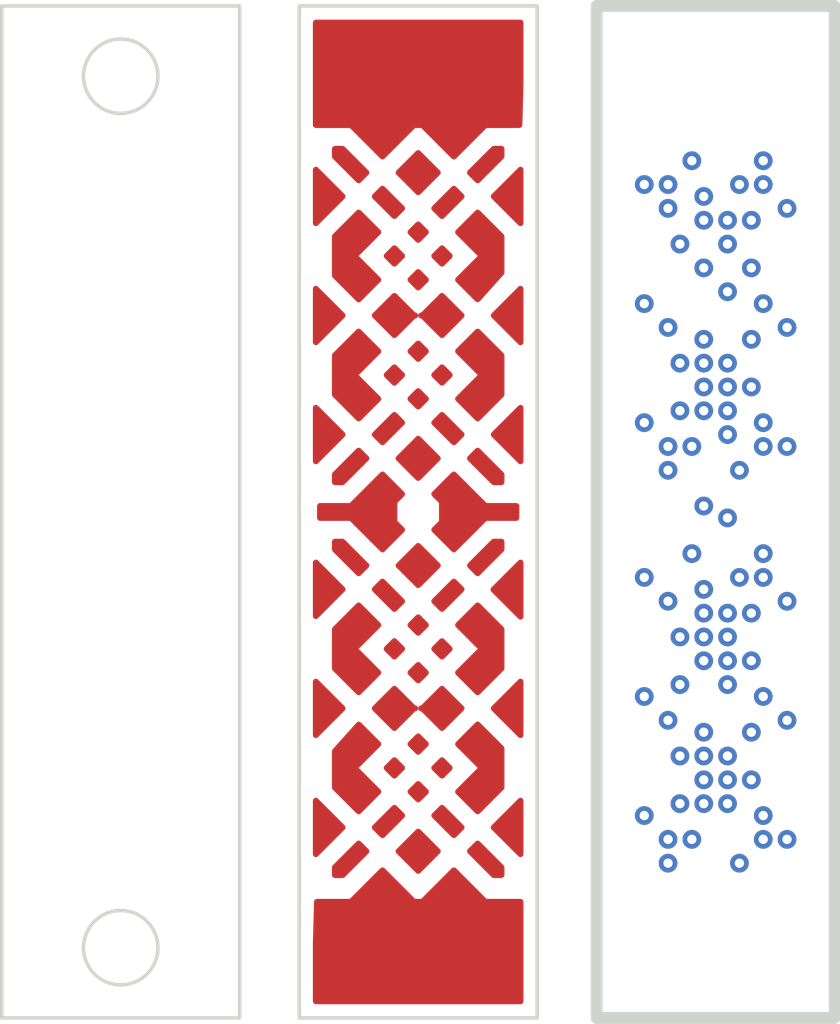
<source format=kicad_pcb>
(kicad_pcb (version 20171130) (host pcbnew "(5.0.1-3-g963ef8bb5)")

  (general
    (thickness 1.6)
    (drawings 254)
    (tracks 85)
    (zones 0)
    (modules 0)
    (nets 1)
  )

  (page A4)
  (layers
    (0 F.Cu signal)
    (31 B.Cu signal)
    (32 B.Adhes user)
    (33 F.Adhes user)
    (34 B.Paste user)
    (35 F.Paste user)
    (36 B.SilkS user)
    (37 F.SilkS user)
    (38 B.Mask user)
    (39 F.Mask user)
    (40 Dwgs.User user)
    (41 Cmts.User user)
    (42 Eco1.User user)
    (43 Eco2.User user)
    (44 Edge.Cuts user)
    (45 Margin user)
    (46 B.CrtYd user)
    (47 F.CrtYd user)
    (48 B.Fab user)
    (49 F.Fab user)
  )

  (setup
    (last_trace_width 0.25)
    (trace_clearance 0.2)
    (zone_clearance 0.508)
    (zone_45_only no)
    (trace_min 0.2)
    (segment_width 0.508)
    (edge_width 0.15)
    (via_size 0.8)
    (via_drill 0.4)
    (via_min_size 0.4)
    (via_min_drill 0.3)
    (uvia_size 0.3)
    (uvia_drill 0.1)
    (uvias_allowed no)
    (uvia_min_size 0.2)
    (uvia_min_drill 0.1)
    (pcb_text_width 0.3)
    (pcb_text_size 1.5 1.5)
    (mod_edge_width 0.15)
    (mod_text_size 1 1)
    (mod_text_width 0.15)
    (pad_size 1.524 1.524)
    (pad_drill 0.762)
    (pad_to_mask_clearance 0.051)
    (solder_mask_min_width 0.25)
    (aux_axis_origin 0 0)
    (visible_elements FFFFFF7F)
    (pcbplotparams
      (layerselection 0x010fc_ffffffff)
      (usegerberextensions false)
      (usegerberattributes false)
      (usegerberadvancedattributes false)
      (creategerberjobfile false)
      (excludeedgelayer true)
      (linewidth 0.100000)
      (plotframeref false)
      (viasonmask false)
      (mode 1)
      (useauxorigin false)
      (hpglpennumber 1)
      (hpglpenspeed 20)
      (hpglpendiameter 15.000000)
      (psnegative false)
      (psa4output false)
      (plotreference true)
      (plotvalue true)
      (plotinvisibletext false)
      (padsonsilk false)
      (subtractmaskfromsilk false)
      (outputformat 1)
      (mirror false)
      (drillshape 1)
      (scaleselection 1)
      (outputdirectory ""))
  )

  (net 0 "")

  (net_class Default "This is the default net class."
    (clearance 0.2)
    (trace_width 0.25)
    (via_dia 0.8)
    (via_drill 0.4)
    (uvia_dia 0.3)
    (uvia_drill 0.1)
  )

  (gr_line (start 47.244 40.132) (end 47.244 42.164) (layer F.Mask) (width 0.508) (tstamp 5BE5AE3B))
  (gr_line (start 43.688 36.576) (end 45.212 38.1) (layer F.Mask) (width 0.508) (tstamp 5BE5AE3A))
  (gr_line (start 39.116 32.004) (end 40.132 33.02) (layer F.Mask) (width 0.508) (tstamp 5BE5AE39))
  (gr_line (start 47.244 45.212) (end 47.244 46.228) (layer F.Mask) (width 0.508) (tstamp 5BE5AE38))
  (gr_line (start 43.18 30.988) (end 45.212 33.02) (layer F.Mask) (width 0.508) (tstamp 5BE5AE37))
  (gr_line (start 42.672 39.624) (end 43.18 39.116) (layer F.Mask) (width 0.508) (tstamp 5BE5AE36))
  (gr_line (start 42.164 32.004) (end 43.18 30.988) (layer F.Mask) (width 0.508) (tstamp 5BE5AE35))
  (gr_line (start 45.212 41.148) (end 44.704 41.656) (layer F.Mask) (width 0.508) (tstamp 5BE5AE34))
  (gr_line (start 43.688 41.656) (end 45.212 43.18) (layer F.Mask) (width 0.508) (tstamp 5BE5AE33))
  (gr_line (start 43.18 38.1) (end 43.688 37.592) (layer F.Mask) (width 0.508) (tstamp 5BE5AE32))
  (gr_line (start 44.704 51.308) (end 47.244 48.768) (layer F.Mask) (width 0.508) (tstamp 5BE5AE31))
  (gr_line (start 39.116 58.928) (end 39.116 56.896) (layer F.Mask) (width 0.508) (tstamp 5BE5AE30))
  (gr_line (start 42.672 59.436) (end 41.148 57.912) (layer F.Mask) (width 0.508) (tstamp 5BE5AE2F))
  (gr_line (start 41.148 34.036) (end 42.672 35.56) (layer F.Mask) (width 0.508) (tstamp 5BE5AE2E))
  (gr_line (start 43.688 46.736) (end 43.688 47.244) (layer F.Mask) (width 0.508) (tstamp 5BE5AE2D))
  (gr_line (start 41.148 33.02) (end 39.116 35.052) (layer F.Mask) (width 0.508) (tstamp 5BE5AE2C))
  (gr_line (start 43.18 39.116) (end 45.212 41.148) (layer F.Mask) (width 0.508) (tstamp 5BE5AE2B))
  (gr_line (start 43.688 42.672) (end 42.164 44.196) (layer F.Mask) (width 0.508) (tstamp 5BE5AE2A))
  (gr_line (start 39.116 37.084) (end 40.132 38.1) (layer F.Mask) (width 0.508) (tstamp 5BE5AE29))
  (gr_line (start 44.196 33.02) (end 42.672 34.544) (layer F.Mask) (width 0.508) (tstamp 5BE5AE28))
  (gr_line (start 43.688 35.56) (end 42.672 36.576) (layer F.Mask) (width 0.508) (tstamp 5BE5AE27))
  (gr_line (start 46.228 30.988) (end 45.212 32.004) (layer F.Mask) (width 0.508) (tstamp 5BE5AE26))
  (gr_line (start 39.116 42.164) (end 40.132 43.18) (layer F.Mask) (width 0.508) (tstamp 5BE5AE25))
  (gr_line (start 41.656 40.64) (end 41.148 41.148) (layer F.Mask) (width 0.508) (tstamp 5BE5AE24))
  (gr_line (start 41.656 35.56) (end 41.148 36.068) (layer F.Mask) (width 0.508) (tstamp 5BE5AE23))
  (gr_line (start 39.116 30.988) (end 40.132 30.988) (layer F.Mask) (width 0.508) (tstamp 5BE5AE22))
  (gr_line (start 47.244 37.084) (end 44.704 39.624) (layer F.Mask) (width 0.508) (tstamp 5BE5AE21))
  (gr_line (start 41.656 37.592) (end 39.116 40.132) (layer F.Mask) (width 0.508) (tstamp 5BE5AE20))
  (gr_line (start 47.244 30.988) (end 46.228 30.988) (layer F.Mask) (width 0.508) (tstamp 5BE5AE1F))
  (gr_line (start 41.656 42.672) (end 39.116 45.212) (layer F.Mask) (width 0.508) (tstamp 5BE5AE1E))
  (gr_line (start 47.244 35.052) (end 47.244 37.084) (layer F.Mask) (width 0.508) (tstamp 5BE5AE1D))
  (gr_line (start 43.688 34.544) (end 45.212 36.068) (layer F.Mask) (width 0.508) (tstamp 5BE5AE1C))
  (gr_line (start 41.148 41.148) (end 42.672 42.672) (layer F.Mask) (width 0.508) (tstamp 5BE5AE1B))
  (gr_line (start 39.116 40.132) (end 39.116 42.164) (layer F.Mask) (width 0.508) (tstamp 5BE5AE1A))
  (gr_line (start 40.132 59.944) (end 39.116 58.928) (layer F.Mask) (width 0.508) (tstamp 5BE5AE19))
  (gr_line (start 40.132 47.752) (end 42.672 50.292) (layer F.Mask) (width 0.508) (tstamp 5BE5AE18))
  (gr_line (start 45.212 57.912) (end 43.18 55.88) (layer F.Mask) (width 0.508) (tstamp 5BE5AE17))
  (gr_line (start 41.148 57.912) (end 41.656 57.404) (layer F.Mask) (width 0.508) (tstamp 5BE5AE16))
  (gr_line (start 46.228 62.992) (end 43.688 60.452) (layer F.Mask) (width 0.508) (tstamp 5BE5AE15))
  (gr_line (start 39.116 47.752) (end 40.132 47.752) (layer F.Mask) (width 0.508) (tstamp 5BE5AE14))
  (gr_line (start 39.116 51.816) (end 41.148 49.784) (layer F.Mask) (width 0.508) (tstamp 5BE5AE13))
  (gr_line (start 47.244 48.768) (end 47.244 47.752) (layer F.Mask) (width 0.508) (tstamp 5BE5AE12))
  (gr_line (start 39.116 61.976) (end 41.656 59.436) (layer F.Mask) (width 0.508) (tstamp 5BE5AE11))
  (gr_line (start 45.212 49.784) (end 42.672 47.244) (layer F.Mask) (width 0.508) (tstamp 5BE5AE10))
  (gr_line (start 39.116 62.992) (end 39.116 61.976) (layer F.Mask) (width 0.508) (tstamp 5BE5AE0F))
  (gr_line (start 47.244 58.928) (end 47.244 56.896) (layer F.Mask) (width 0.508) (tstamp 5BE5AE0E))
  (gr_line (start 40.132 49.784) (end 39.116 48.768) (layer F.Mask) (width 0.508) (tstamp 5BE5AE0D))
  (gr_line (start 45.212 54.864) (end 43.688 53.34) (layer F.Mask) (width 0.508) (tstamp 5BE5AE0C))
  (gr_line (start 42.672 53.34) (end 43.688 52.324) (layer F.Mask) (width 0.508) (tstamp 5BE5AE0B))
  (gr_line (start 40.132 54.864) (end 39.116 53.848) (layer F.Mask) (width 0.508) (tstamp 5BE5AE0A))
  (gr_line (start 45.212 52.832) (end 43.688 51.308) (layer F.Mask) (width 0.508) (tstamp 5BE5AE09))
  (gr_line (start 47.244 53.848) (end 47.244 51.816) (layer F.Mask) (width 0.508) (tstamp 5BE5AE08))
  (gr_line (start 47.244 62.992) (end 47.244 61.976) (layer F.Mask) (width 0.508) (tstamp 5BE5AE07))
  (gr_line (start 44.704 58.42) (end 45.212 57.912) (layer F.Mask) (width 0.508) (tstamp 5BE5AE06))
  (gr_line (start 47.244 62.992) (end 46.228 62.992) (layer F.Mask) (width 0.508) (tstamp 5BE5AE05))
  (gr_line (start 39.116 56.896) (end 41.656 54.356) (layer F.Mask) (width 0.508) (tstamp 5BE5AE04))
  (gr_line (start 44.704 56.388) (end 47.244 53.848) (layer F.Mask) (width 0.508) (tstamp 5BE5AE03))
  (gr_line (start 39.116 62.992) (end 40.132 62.992) (layer F.Mask) (width 0.508) (tstamp 5BE5AE02))
  (gr_line (start 39.116 30.988) (end 39.116 32.004) (layer F.Mask) (width 0.508) (tstamp 5BE5AE01))
  (gr_line (start 47.244 47.752) (end 46.228 47.752) (layer F.Mask) (width 0.508) (tstamp 5BE5AE00))
  (gr_line (start 46.228 47.752) (end 45.212 48.768) (layer F.Mask) (width 0.508) (tstamp 5BE5ADFF))
  (gr_line (start 42.164 48.768) (end 42.672 48.26) (layer F.Mask) (width 0.508) (tstamp 5BE5ADFE))
  (gr_line (start 39.116 46.228) (end 40.132 46.228) (layer F.Mask) (width 0.508) (tstamp 5BE5ADFD))
  (gr_line (start 40.132 46.228) (end 41.148 45.212) (layer F.Mask) (width 0.508) (tstamp 5BE5ADFC))
  (gr_line (start 44.196 45.212) (end 43.688 45.72) (layer F.Mask) (width 0.508) (tstamp 5BE5ADFB))
  (gr_line (start 43.688 54.356) (end 43.18 54.864) (layer F.Mask) (width 0.508) (tstamp 5BE5ADFA))
  (gr_line (start 44.196 61.976) (end 43.18 62.992) (layer F.Mask) (width 0.508) (tstamp 5BE5ADF9))
  (gr_line (start 41.148 52.832) (end 41.656 52.324) (layer F.Mask) (width 0.508) (tstamp 5BE5ADF8))
  (gr_line (start 42.672 52.324) (end 41.148 50.8) (layer F.Mask) (width 0.508) (tstamp 5BE5ADF7))
  (gr_line (start 43.18 55.88) (end 42.672 56.388) (layer F.Mask) (width 0.508) (tstamp 5BE5ADF6))
  (gr_line (start 45.212 59.944) (end 43.688 58.42) (layer F.Mask) (width 0.508) (tstamp 5BE5ADF5))
  (gr_line (start 42.672 47.244) (end 42.672 46.736) (layer F.Mask) (width 0.508) (tstamp 5BE5ADF4))
  (gr_line (start 45.212 60.96) (end 47.244 58.928) (layer F.Mask) (width 0.508) (tstamp 5BE5ADF3))
  (gr_line (start 43.18 54.864) (end 41.148 52.832) (layer F.Mask) (width 0.508) (tstamp 5BE5ADF2))
  (gr_line (start 42.672 51.308) (end 44.196 49.784) (layer F.Mask) (width 0.508) (tstamp 5BE5ADF1))
  (gr_line (start 47.244 56.896) (end 46.228 55.88) (layer F.Mask) (width 0.508) (tstamp 5BE5ADF0))
  (gr_line (start 42.164 60.96) (end 43.688 59.436) (layer F.Mask) (width 0.508) (tstamp 5BE5ADEF))
  (gr_line (start 42.672 58.42) (end 43.688 57.404) (layer F.Mask) (width 0.508) (tstamp 5BE5ADEE))
  (gr_line (start 40.132 62.992) (end 41.148 61.976) (layer F.Mask) (width 0.508) (tstamp 5BE5ADED))
  (gr_line (start 47.244 51.816) (end 46.228 50.8) (layer F.Mask) (width 0.508) (tstamp 5BE5ADEC))
  (gr_line (start 44.704 53.34) (end 45.212 52.832) (layer F.Mask) (width 0.508) (tstamp 5BE5ADEB))
  (gr_line (start 46.228 34.036) (end 47.244 35.052) (layer F.Mask) (width 0.508) (tstamp 5BE5ADEA))
  (gr_line (start 46.228 46.228) (end 43.688 43.688) (layer F.Mask) (width 0.508) (tstamp 5BE5ADE9))
  (gr_line (start 39.116 53.848) (end 39.116 51.816) (layer F.Mask) (width 0.508) (tstamp 5BE5ADE8))
  (gr_line (start 42.672 57.404) (end 41.148 55.88) (layer F.Mask) (width 0.508) (tstamp 5BE5ADE7))
  (gr_line (start 47.244 61.976) (end 46.228 60.96) (layer F.Mask) (width 0.508) (tstamp 5BE5ADE6))
  (gr_line (start 39.116 48.768) (end 39.116 47.752) (layer F.Mask) (width 0.508) (tstamp 5BE5ADE5))
  (gr_line (start 43.18 62.992) (end 41.148 60.96) (layer F.Mask) (width 0.508) (tstamp 5BE5ADE4))
  (gr_line (start 41.148 36.068) (end 43.18 38.1) (layer F.Mask) (width 0.508) (tstamp 5BE5ADE3))
  (gr_line (start 45.212 36.068) (end 44.704 36.576) (layer F.Mask) (width 0.508) (tstamp 5BE5ADE2))
  (gr_line (start 40.132 30.988) (end 42.672 33.528) (layer F.Mask) (width 0.508) (tstamp 5BE5ADE1))
  (gr_line (start 47.244 46.228) (end 46.228 46.228) (layer F.Mask) (width 0.508) (tstamp 5BE5ADE0))
  (gr_line (start 47.244 42.164) (end 45.212 44.196) (layer F.Mask) (width 0.508) (tstamp 5BE5ADDF))
  (gr_line (start 39.116 45.212) (end 39.116 46.228) (layer F.Mask) (width 0.508) (tstamp 5BE5ADDE))
  (gr_line (start 47.244 32.004) (end 44.704 34.544) (layer F.Mask) (width 0.508) (tstamp 5BE5ADDD))
  (gr_line (start 41.148 44.196) (end 43.688 46.736) (layer F.Mask) (width 0.508) (tstamp 5BE5ADDC))
  (gr_line (start 47.244 30.988) (end 47.244 32.004) (layer F.Mask) (width 0.508) (tstamp 5BE5ADDB))
  (gr_line (start 39.116 35.052) (end 39.116 37.084) (layer F.Mask) (width 0.508) (tstamp 5BE5ADDA))
  (gr_line (start 46.228 44.196) (end 47.244 45.212) (layer F.Mask) (width 0.508) (tstamp 5BE5ADD9))
  (gr_line (start 41.148 39.116) (end 42.672 40.64) (layer F.Mask) (width 0.508) (tstamp 5BE5ADD8))
  (gr_line (start 43.688 40.64) (end 42.672 41.656) (layer F.Mask) (width 0.508) (tstamp 5BE5ADD7))
  (gr_line (start 46.228 39.116) (end 47.244 40.132) (layer F.Mask) (width 0.508) (tstamp 5BE5ADD6))
  (gr_line (start 51.816 53.848) (end 51.816 51.816) (layer F.Mask) (width 0.508) (tstamp 5BE5A94D))
  (gr_line (start 55.372 57.404) (end 53.848 55.88) (layer F.Mask) (width 0.508) (tstamp 5BE5A94C))
  (gr_line (start 59.944 61.976) (end 58.928 60.96) (layer F.Mask) (width 0.508) (tstamp 5BE5A94B))
  (gr_line (start 51.816 48.768) (end 51.816 47.752) (layer F.Mask) (width 0.508) (tstamp 5BE5A94A))
  (gr_line (start 55.88 62.992) (end 53.848 60.96) (layer F.Mask) (width 0.508) (tstamp 5BE5A949))
  (gr_line (start 56.388 54.356) (end 55.88 54.864) (layer F.Mask) (width 0.508) (tstamp 5BE5A948))
  (gr_line (start 56.896 61.976) (end 55.88 62.992) (layer F.Mask) (width 0.508) (tstamp 5BE5A947))
  (gr_line (start 53.848 52.832) (end 54.356 52.324) (layer F.Mask) (width 0.508) (tstamp 5BE5A946))
  (gr_line (start 55.372 52.324) (end 53.848 50.8) (layer F.Mask) (width 0.508) (tstamp 5BE5A945))
  (gr_line (start 55.88 55.88) (end 55.372 56.388) (layer F.Mask) (width 0.508) (tstamp 5BE5A944))
  (gr_line (start 57.912 59.944) (end 56.388 58.42) (layer F.Mask) (width 0.508) (tstamp 5BE5A943))
  (gr_line (start 55.372 47.244) (end 55.372 46.736) (layer F.Mask) (width 0.508) (tstamp 5BE5A942))
  (gr_line (start 57.912 60.96) (end 59.944 58.928) (layer F.Mask) (width 0.508) (tstamp 5BE5A941))
  (gr_line (start 55.88 54.864) (end 53.848 52.832) (layer F.Mask) (width 0.508) (tstamp 5BE5A940))
  (gr_line (start 55.372 51.308) (end 56.896 49.784) (layer F.Mask) (width 0.508) (tstamp 5BE5A93F))
  (gr_line (start 59.944 56.896) (end 58.928 55.88) (layer F.Mask) (width 0.508) (tstamp 5BE5A93E))
  (gr_line (start 54.864 60.96) (end 56.388 59.436) (layer F.Mask) (width 0.508) (tstamp 5BE5A93D))
  (gr_line (start 55.372 58.42) (end 56.388 57.404) (layer F.Mask) (width 0.508) (tstamp 5BE5A93C))
  (gr_line (start 52.832 62.992) (end 53.848 61.976) (layer F.Mask) (width 0.508) (tstamp 5BE5A93B))
  (gr_line (start 59.944 51.816) (end 58.928 50.8) (layer F.Mask) (width 0.508) (tstamp 5BE5A93A))
  (gr_line (start 57.404 53.34) (end 57.912 52.832) (layer F.Mask) (width 0.508) (tstamp 5BE5A939))
  (gr_line (start 57.404 58.42) (end 57.912 57.912) (layer F.Mask) (width 0.508) (tstamp 5BE5A938))
  (gr_line (start 59.944 62.992) (end 58.928 62.992) (layer F.Mask) (width 0.508) (tstamp 5BE5A937))
  (gr_line (start 51.816 56.896) (end 54.356 54.356) (layer F.Mask) (width 0.508) (tstamp 5BE5A936))
  (gr_line (start 57.404 56.388) (end 59.944 53.848) (layer F.Mask) (width 0.508) (tstamp 5BE5A935))
  (gr_line (start 51.816 62.992) (end 52.832 62.992) (layer F.Mask) (width 0.508) (tstamp 5BE5A934))
  (gr_line (start 57.404 51.308) (end 59.944 48.768) (layer F.Mask) (width 0.508) (tstamp 5BE5A933))
  (gr_line (start 51.816 58.928) (end 51.816 56.896) (layer F.Mask) (width 0.508) (tstamp 5BE5A932))
  (gr_line (start 55.372 59.436) (end 53.848 57.912) (layer F.Mask) (width 0.508) (tstamp 5BE5A931))
  (gr_line (start 57.912 52.832) (end 56.388 51.308) (layer F.Mask) (width 0.508) (tstamp 5BE5A930))
  (gr_line (start 59.944 53.848) (end 59.944 51.816) (layer F.Mask) (width 0.508) (tstamp 5BE5A92F))
  (gr_line (start 59.944 62.992) (end 59.944 61.976) (layer F.Mask) (width 0.508) (tstamp 5BE5A92E))
  (gr_line (start 59.944 47.752) (end 58.928 47.752) (layer F.Mask) (width 0.508) (tstamp 5BE5A92D))
  (gr_line (start 58.928 47.752) (end 57.912 48.768) (layer F.Mask) (width 0.508) (tstamp 5BE5A92C))
  (gr_line (start 54.864 48.768) (end 55.372 48.26) (layer F.Mask) (width 0.508) (tstamp 5BE5A92B))
  (gr_line (start 52.832 59.944) (end 51.816 58.928) (layer F.Mask) (width 0.508) (tstamp 5BE5A92A))
  (gr_line (start 52.832 47.752) (end 55.372 50.292) (layer F.Mask) (width 0.508) (tstamp 5BE5A929))
  (gr_line (start 57.912 57.912) (end 55.88 55.88) (layer F.Mask) (width 0.508) (tstamp 5BE5A928))
  (gr_line (start 53.848 57.912) (end 54.356 57.404) (layer F.Mask) (width 0.508) (tstamp 5BE5A927))
  (gr_line (start 58.928 62.992) (end 56.388 60.452) (layer F.Mask) (width 0.508) (tstamp 5BE5A926))
  (gr_line (start 51.816 47.752) (end 52.832 47.752) (layer F.Mask) (width 0.508) (tstamp 5BE5A925))
  (gr_line (start 51.816 51.816) (end 53.848 49.784) (layer F.Mask) (width 0.508) (tstamp 5BE5A924))
  (gr_line (start 59.944 48.768) (end 59.944 47.752) (layer F.Mask) (width 0.508) (tstamp 5BE5A923))
  (gr_line (start 51.816 61.976) (end 54.356 59.436) (layer F.Mask) (width 0.508) (tstamp 5BE5A922))
  (gr_line (start 57.912 49.784) (end 55.372 47.244) (layer F.Mask) (width 0.508) (tstamp 5BE5A921))
  (gr_line (start 51.816 62.992) (end 51.816 61.976) (layer F.Mask) (width 0.508) (tstamp 5BE5A920))
  (gr_line (start 59.944 58.928) (end 59.944 56.896) (layer F.Mask) (width 0.508) (tstamp 5BE5A91F))
  (gr_line (start 52.832 49.784) (end 51.816 48.768) (layer F.Mask) (width 0.508) (tstamp 5BE5A91E))
  (gr_line (start 57.912 54.864) (end 56.388 53.34) (layer F.Mask) (width 0.508) (tstamp 5BE5A91D))
  (gr_line (start 55.372 53.34) (end 56.388 52.324) (layer F.Mask) (width 0.508) (tstamp 5BE5A91C))
  (gr_line (start 52.832 54.864) (end 51.816 53.848) (layer F.Mask) (width 0.508) (tstamp 5BE5A91B))
  (gr_line (start 56.896 45.212) (end 56.388 45.72) (layer F.Mask) (width 0.508))
  (gr_line (start 56.388 46.736) (end 56.388 47.244) (layer F.Mask) (width 0.508))
  (gr_line (start 53.848 44.196) (end 56.388 46.736) (layer F.Mask) (width 0.508))
  (gr_line (start 52.832 46.228) (end 53.848 45.212) (layer F.Mask) (width 0.508))
  (gr_line (start 51.816 46.228) (end 52.832 46.228) (layer F.Mask) (width 0.508))
  (gr_line (start 51.816 45.212) (end 51.816 46.228) (layer F.Mask) (width 0.508))
  (gr_line (start 54.356 42.672) (end 51.816 45.212) (layer F.Mask) (width 0.508))
  (gr_line (start 56.388 42.672) (end 54.864 44.196) (layer F.Mask) (width 0.508))
  (gr_line (start 58.928 46.228) (end 56.388 43.688) (layer F.Mask) (width 0.508))
  (gr_line (start 59.944 46.228) (end 58.928 46.228) (layer F.Mask) (width 0.508))
  (gr_line (start 59.944 45.212) (end 59.944 46.228) (layer F.Mask) (width 0.508))
  (gr_line (start 58.928 44.196) (end 59.944 45.212) (layer F.Mask) (width 0.508))
  (gr_line (start 59.944 42.164) (end 57.912 44.196) (layer F.Mask) (width 0.508))
  (gr_line (start 59.944 40.132) (end 59.944 42.164) (layer F.Mask) (width 0.508))
  (gr_line (start 58.928 39.116) (end 59.944 40.132) (layer F.Mask) (width 0.508))
  (gr_line (start 56.388 41.656) (end 57.912 43.18) (layer F.Mask) (width 0.508))
  (gr_line (start 53.848 41.148) (end 55.372 42.672) (layer F.Mask) (width 0.508))
  (gr_line (start 54.356 40.64) (end 53.848 41.148) (layer F.Mask) (width 0.508))
  (gr_line (start 56.388 40.64) (end 55.372 41.656) (layer F.Mask) (width 0.508))
  (gr_line (start 57.912 41.148) (end 57.404 41.656) (layer F.Mask) (width 0.508))
  (gr_line (start 55.88 39.116) (end 57.912 41.148) (layer F.Mask) (width 0.508))
  (gr_line (start 55.372 39.624) (end 55.88 39.116) (layer F.Mask) (width 0.508))
  (gr_line (start 53.848 39.116) (end 55.372 40.64) (layer F.Mask) (width 0.508))
  (gr_line (start 51.816 42.164) (end 52.832 43.18) (layer F.Mask) (width 0.508))
  (gr_line (start 51.816 40.132) (end 51.816 42.164) (layer F.Mask) (width 0.508))
  (gr_line (start 54.356 37.592) (end 51.816 40.132) (layer F.Mask) (width 0.508))
  (gr_line (start 59.944 37.084) (end 57.404 39.624) (layer F.Mask) (width 0.508))
  (gr_line (start 59.944 35.052) (end 59.944 37.084) (layer F.Mask) (width 0.508))
  (gr_line (start 58.928 34.036) (end 59.944 35.052) (layer F.Mask) (width 0.508))
  (gr_line (start 56.388 36.576) (end 57.912 38.1) (layer F.Mask) (width 0.508))
  (gr_line (start 56.388 35.56) (end 55.372 36.576) (layer F.Mask) (width 0.508))
  (gr_line (start 57.912 36.068) (end 57.404 36.576) (layer F.Mask) (width 0.508))
  (gr_line (start 56.388 34.544) (end 57.912 36.068) (layer F.Mask) (width 0.508))
  (gr_line (start 55.88 38.1) (end 56.388 37.592) (layer F.Mask) (width 0.508))
  (gr_line (start 53.848 36.068) (end 55.88 38.1) (layer F.Mask) (width 0.508))
  (gr_line (start 54.356 35.56) (end 53.848 36.068) (layer F.Mask) (width 0.508))
  (gr_line (start 53.848 34.036) (end 55.372 35.56) (layer F.Mask) (width 0.508))
  (gr_line (start 51.816 37.084) (end 52.832 38.1) (layer F.Mask) (width 0.508))
  (gr_line (start 51.816 35.052) (end 51.816 37.084) (layer F.Mask) (width 0.508))
  (gr_line (start 53.848 33.02) (end 51.816 35.052) (layer F.Mask) (width 0.508))
  (gr_line (start 56.896 33.02) (end 55.372 34.544) (layer F.Mask) (width 0.508))
  (gr_line (start 59.944 32.004) (end 57.404 34.544) (layer F.Mask) (width 0.508))
  (gr_line (start 59.944 30.988) (end 59.944 32.004) (layer F.Mask) (width 0.508))
  (gr_line (start 55.88 30.988) (end 57.912 33.02) (layer F.Mask) (width 0.508))
  (gr_line (start 58.928 30.988) (end 57.912 32.004) (layer F.Mask) (width 0.508))
  (gr_line (start 59.944 30.988) (end 58.928 30.988) (layer F.Mask) (width 0.508))
  (gr_line (start 54.864 32.004) (end 55.88 30.988) (layer F.Mask) (width 0.508))
  (gr_line (start 51.816 32.004) (end 52.832 33.02) (layer F.Mask) (width 0.508))
  (gr_line (start 51.816 30.988) (end 51.816 32.004) (layer F.Mask) (width 0.508))
  (gr_line (start 52.832 30.988) (end 55.372 33.528) (layer F.Mask) (width 0.508))
  (gr_line (start 51.816 30.988) (end 52.832 30.988) (layer F.Mask) (width 0.508))
  (gr_line (start 60.96 25.4) (end 50.8 25.4) (layer Edge.Cuts) (width 0.508) (tstamp 5BE5A896))
  (gr_line (start 60.96 68.58) (end 60.96 25.4) (layer Edge.Cuts) (width 0.508) (tstamp 5BE5A895))
  (gr_line (start 50.8 68.58) (end 60.96 68.58) (layer Edge.Cuts) (width 0.508) (tstamp 5BE5A894))
  (gr_line (start 50.8 25.4) (end 50.8 68.58) (layer Edge.Cuts) (width 0.508) (tstamp 5BE5A893))
  (gr_line (start 48.26 25.4) (end 38.1 25.4) (layer Edge.Cuts) (width 0.1524))
  (gr_line (start 48.26 68.58) (end 48.26 25.4) (layer Edge.Cuts) (width 0.1524))
  (gr_line (start 38.1 68.58) (end 48.26 68.58) (layer Edge.Cuts) (width 0.1524))
  (gr_line (start 38.1 25.4) (end 38.1 68.58) (layer Edge.Cuts) (width 0.1524))
  (gr_line (start 33.274 45.466) (end 33.274 46.99) (layer F.Mask) (width 0.508))
  (gr_line (start 34.29 44.45) (end 33.274 45.466) (layer F.Mask) (width 0.508))
  (gr_line (start 35.052 47.498) (end 34.036 46.736) (layer F.Mask) (width 0.508))
  (gr_line (start 35.052 48.768) (end 35.052 47.498) (layer F.Mask) (width 0.508))
  (gr_line (start 32.512 47.752) (end 33.528 47.752) (layer F.Mask) (width 0.508))
  (gr_line (start 35.052 50.292) (end 35.052 48.768) (layer F.Mask) (width 0.508))
  (gr_line (start 35.052 50.292) (end 34.29 49.53) (layer F.Mask) (width 0.508))
  (gr_line (start 35.052 43.688) (end 35.052 45.466) (layer F.Mask) (width 0.508))
  (gr_line (start 35.052 43.688) (end 34.29 44.45) (layer F.Mask) (width 0.508))
  (gr_line (start 31.75 46.99) (end 32.512 47.752) (layer F.Mask) (width 0.508))
  (gr_line (start 31.75 46.99) (end 32.512 46.228) (layer F.Mask) (width 0.508))
  (gr_line (start 31.75 48.26) (end 30.988 47.498) (layer F.Mask) (width 0.508))
  (gr_line (start 29.21 45.72) (end 29.972 46.482) (layer F.Mask) (width 0.508))
  (gr_line (start 31.75 58.42) (end 30.988 57.658) (layer F.Mask) (width 0.508))
  (gr_line (start 29.21 55.88) (end 29.972 56.642) (layer F.Mask) (width 0.508))
  (gr_line (start 29.21 35.56) (end 29.972 36.322) (layer F.Mask) (width 0.508))
  (gr_line (start 31.75 38.1) (end 30.988 37.338) (layer F.Mask) (width 0.508))
  (gr_line (start 26.67 53.34) (end 26.67 50.8) (layer F.Mask) (width 0.508))
  (gr_line (start 29.21 55.88) (end 26.67 53.34) (layer F.Mask) (width 0.508))
  (gr_line (start 34.29 60.96) (end 31.75 58.42) (layer F.Mask) (width 0.508))
  (gr_line (start 34.29 63.5) (end 34.29 60.96) (layer F.Mask) (width 0.508))
  (gr_line (start 26.67 63.5) (end 34.29 63.5) (layer F.Mask) (width 0.508))
  (gr_line (start 26.67 60.96) (end 26.67 63.5) (layer F.Mask) (width 0.508))
  (gr_line (start 34.29 53.34) (end 26.67 60.96) (layer F.Mask) (width 0.508))
  (gr_line (start 34.29 50.8) (end 34.29 53.34) (layer F.Mask) (width 0.508))
  (gr_line (start 31.75 48.26) (end 34.29 50.8) (layer F.Mask) (width 0.508))
  (gr_line (start 31.75 38.1) (end 34.29 40.64) (layer F.Mask) (width 0.508))
  (gr_line (start 26.67 43.18) (end 29.21 45.72) (layer F.Mask) (width 0.508))
  (gr_line (start 26.67 40.64) (end 26.67 43.18) (layer F.Mask) (width 0.508))
  (gr_line (start 34.29 33.02) (end 26.67 40.64) (layer F.Mask) (width 0.508))
  (gr_line (start 34.29 30.48) (end 34.29 33.02) (layer F.Mask) (width 0.508))
  (gr_line (start 26.67 33.02) (end 29.21 35.56) (layer F.Mask) (width 0.508))
  (gr_line (start 26.67 30.48) (end 26.67 33.02) (layer F.Mask) (width 0.508))
  (gr_line (start 34.29 30.48) (end 26.67 30.48) (layer F.Mask) (width 0.508))
  (gr_line (start 34.29 40.64) (end 34.29 43.18) (layer F.Mask) (width 0.508))
  (gr_line (start 26.67 50.8) (end 34.29 43.18) (layer F.Mask) (width 0.508))
  (gr_circle (center 30.48 28.3972) (end 32.0675 28.3972) (layer Edge.Cuts) (width 0.15) (tstamp 5BE5A532))
  (gr_circle (center 30.48 65.5828) (end 32.0675 65.5828) (layer Edge.Cuts) (width 0.15))
  (gr_line (start 25.4 68.58) (end 25.4 25.4) (layer Edge.Cuts) (width 0.15))
  (gr_line (start 35.56 68.58) (end 25.4 68.58) (layer Edge.Cuts) (width 0.15))
  (gr_line (start 35.56 25.4) (end 35.56 68.58) (layer Edge.Cuts) (width 0.15))
  (gr_line (start 25.4 25.4) (end 35.56 25.4) (layer Edge.Cuts) (width 0.15))

  (via (at 52.832 33.02) (size 0.8) (drill 0.4) (layers F.Cu B.Cu) (net 0))
  (via (at 53.848 34.036) (size 0.8) (drill 0.4) (layers F.Cu B.Cu) (net 0))
  (via (at 55.372 33.528) (size 0.8) (drill 0.4) (layers F.Cu B.Cu) (net 0))
  (via (at 55.372 34.544) (size 0.8) (drill 0.4) (layers F.Cu B.Cu) (net 0))
  (via (at 56.896 33.02) (size 0.8) (drill 0.4) (layers F.Cu B.Cu) (net 0))
  (via (at 57.912 32.004) (size 0.8) (drill 0.4) (layers F.Cu B.Cu) (net 0))
  (via (at 57.404 34.544) (size 0.8) (drill 0.4) (layers F.Cu B.Cu) (net 0))
  (via (at 57.912 33.02) (size 0.8) (drill 0.4) (layers F.Cu B.Cu) (net 0))
  (via (at 54.864 32.004) (size 0.8) (drill 0.4) (layers F.Cu B.Cu) (net 0))
  (via (at 53.848 33.02) (size 0.8) (drill 0.4) (layers F.Cu B.Cu) (net 0))
  (via (at 52.832 38.1) (size 0.8) (drill 0.4) (layers F.Cu B.Cu) (net 0))
  (via (at 54.356 35.56) (size 0.8) (drill 0.4) (layers F.Cu B.Cu) (net 0))
  (via (at 55.372 36.576) (size 0.8) (drill 0.4) (layers F.Cu B.Cu) (net 0))
  (via (at 56.388 35.56) (size 0.8) (drill 0.4) (layers F.Cu B.Cu) (net 0))
  (via (at 57.404 36.576) (size 0.8) (drill 0.4) (layers F.Cu B.Cu) (net 0))
  (via (at 56.388 34.544) (size 0.8) (drill 0.4) (layers F.Cu B.Cu) (net 0))
  (via (at 58.928 34.036) (size 0.8) (drill 0.4) (layers F.Cu B.Cu) (net 0))
  (via (at 57.404 39.624) (size 0.8) (drill 0.4) (layers F.Cu B.Cu) (net 0))
  (via (at 57.912 38.1) (size 0.8) (drill 0.4) (layers F.Cu B.Cu) (net 0))
  (via (at 58.928 39.116) (size 0.8) (drill 0.4) (layers F.Cu B.Cu) (net 0))
  (via (at 56.388 37.592) (size 0.8) (drill 0.4) (layers F.Cu B.Cu) (net 0))
  (via (at 53.848 39.116) (size 0.8) (drill 0.4) (layers F.Cu B.Cu) (net 0))
  (via (at 55.372 40.64) (size 0.8) (drill 0.4) (layers F.Cu B.Cu) (net 0))
  (via (at 55.372 39.624) (size 0.8) (drill 0.4) (layers F.Cu B.Cu) (net 0))
  (via (at 57.404 41.656) (size 0.8) (drill 0.4) (layers F.Cu B.Cu) (net 0))
  (via (at 56.388 40.64) (size 0.8) (drill 0.4) (layers F.Cu B.Cu) (net 0))
  (via (at 55.372 41.656) (size 0.8) (drill 0.4) (layers F.Cu B.Cu) (net 0))
  (via (at 54.356 40.64) (size 0.8) (drill 0.4) (layers F.Cu B.Cu) (net 0))
  (via (at 55.372 42.672) (size 0.8) (drill 0.4) (layers F.Cu B.Cu) (net 0))
  (via (at 56.388 41.656) (size 0.8) (drill 0.4) (layers F.Cu B.Cu) (net 0))
  (via (at 57.912 43.18) (size 0.8) (drill 0.4) (layers F.Cu B.Cu) (net 0))
  (via (at 57.912 44.196) (size 0.8) (drill 0.4) (layers F.Cu B.Cu) (net 0))
  (via (at 58.928 44.196) (size 0.8) (drill 0.4) (layers F.Cu B.Cu) (net 0))
  (via (at 56.388 43.688) (size 0.8) (drill 0.4) (layers F.Cu B.Cu) (net 0))
  (via (at 56.388 42.672) (size 0.8) (drill 0.4) (layers F.Cu B.Cu) (net 0))
  (via (at 54.864 44.196) (size 0.8) (drill 0.4) (layers F.Cu B.Cu) (net 0))
  (via (at 54.356 42.672) (size 0.8) (drill 0.4) (layers F.Cu B.Cu) (net 0))
  (via (at 53.848 45.212) (size 0.8) (drill 0.4) (layers F.Cu B.Cu) (net 0))
  (via (at 52.832 43.18) (size 0.8) (drill 0.4) (layers F.Cu B.Cu) (net 0))
  (via (at 56.896 45.212) (size 0.8) (drill 0.4) (layers F.Cu B.Cu) (net 0))
  (via (at 54.864 48.768) (size 0.8) (drill 0.4) (layers F.Cu B.Cu) (net 0))
  (via (at 55.372 46.736) (size 0.8) (drill 0.4) (layers F.Cu B.Cu) (net 0))
  (via (at 56.388 47.244) (size 0.8) (drill 0.4) (layers F.Cu B.Cu) (net 0))
  (via (at 57.912 48.768) (size 0.8) (drill 0.4) (layers F.Cu B.Cu) (net 0))
  (via (at 57.404 51.308) (size 0.8) (drill 0.4) (layers F.Cu B.Cu) (net 0))
  (via (at 56.896 49.784) (size 0.8) (drill 0.4) (layers F.Cu B.Cu) (net 0))
  (via (at 55.372 51.308) (size 0.8) (drill 0.4) (layers F.Cu B.Cu) (net 0))
  (via (at 55.372 50.292) (size 0.8) (drill 0.4) (layers F.Cu B.Cu) (net 0))
  (via (at 52.832 49.784) (size 0.8) (drill 0.4) (layers F.Cu B.Cu) (net 0))
  (via (at 57.912 49.784) (size 0.8) (drill 0.4) (layers F.Cu B.Cu) (net 0))
  (via (at 53.848 44.196) (size 0.8) (drill 0.4) (layers F.Cu B.Cu) (net 0))
  (via (at 56.388 51.308) (size 0.8) (drill 0.4) (layers F.Cu B.Cu) (net 0))
  (via (at 57.404 53.34) (size 0.8) (drill 0.4) (layers F.Cu B.Cu) (net 0))
  (via (at 56.388 53.34) (size 0.8) (drill 0.4) (layers F.Cu B.Cu) (net 0))
  (via (at 56.388 52.324) (size 0.8) (drill 0.4) (layers F.Cu B.Cu) (net 0))
  (via (at 55.372 52.324) (size 0.8) (drill 0.4) (layers F.Cu B.Cu) (net 0))
  (via (at 53.848 50.8) (size 0.8) (drill 0.4) (layers F.Cu B.Cu) (net 0))
  (via (at 54.356 52.324) (size 0.8) (drill 0.4) (layers F.Cu B.Cu) (net 0))
  (via (at 56.388 54.356) (size 0.8) (drill 0.4) (layers F.Cu B.Cu) (net 0))
  (via (at 57.912 54.864) (size 0.8) (drill 0.4) (layers F.Cu B.Cu) (net 0))
  (via (at 58.928 50.8) (size 0.8) (drill 0.4) (layers F.Cu B.Cu) (net 0))
  (via (at 57.404 56.388) (size 0.8) (drill 0.4) (layers F.Cu B.Cu) (net 0))
  (via (at 58.928 55.88) (size 0.8) (drill 0.4) (layers F.Cu B.Cu) (net 0))
  (via (at 57.912 60.96) (size 0.8) (drill 0.4) (layers F.Cu B.Cu) (net 0))
  (via (at 57.912 59.944) (size 0.8) (drill 0.4) (layers F.Cu B.Cu) (net 0))
  (via (at 58.928 60.96) (size 0.8) (drill 0.4) (layers F.Cu B.Cu) (net 0))
  (via (at 56.388 59.436) (size 0.8) (drill 0.4) (layers F.Cu B.Cu) (net 0))
  (via (at 57.404 58.42) (size 0.8) (drill 0.4) (layers F.Cu B.Cu) (net 0))
  (via (at 56.388 58.42) (size 0.8) (drill 0.4) (layers F.Cu B.Cu) (net 0))
  (via (at 56.388 57.404) (size 0.8) (drill 0.4) (layers F.Cu B.Cu) (net 0))
  (via (at 55.372 58.42) (size 0.8) (drill 0.4) (layers F.Cu B.Cu) (net 0))
  (via (at 55.372 57.404) (size 0.8) (drill 0.4) (layers F.Cu B.Cu) (net 0))
  (via (at 53.848 55.88) (size 0.8) (drill 0.4) (layers F.Cu B.Cu) (net 0))
  (via (at 54.356 57.404) (size 0.8) (drill 0.4) (layers F.Cu B.Cu) (net 0))
  (via (at 55.372 56.388) (size 0.8) (drill 0.4) (layers F.Cu B.Cu) (net 0))
  (via (at 55.372 59.436) (size 0.8) (drill 0.4) (layers F.Cu B.Cu) (net 0))
  (via (at 54.356 59.436) (size 0.8) (drill 0.4) (layers F.Cu B.Cu) (net 0))
  (via (at 56.896 61.976) (size 0.8) (drill 0.4) (layers F.Cu B.Cu) (net 0))
  (via (at 53.848 60.96) (size 0.8) (drill 0.4) (layers F.Cu B.Cu) (net 0))
  (via (at 53.848 61.976) (size 0.8) (drill 0.4) (layers F.Cu B.Cu) (net 0))
  (via (at 54.864 60.96) (size 0.8) (drill 0.4) (layers F.Cu B.Cu) (net 0))
  (via (at 52.832 59.944) (size 0.8) (drill 0.4) (layers F.Cu B.Cu) (net 0))
  (via (at 54.356 54.356) (size 0.8) (drill 0.4) (layers F.Cu B.Cu) (net 0))
  (via (at 55.372 53.34) (size 0.8) (drill 0.4) (layers F.Cu B.Cu) (net 0))
  (via (at 52.832 54.864) (size 0.8) (drill 0.4) (layers F.Cu B.Cu) (net 0))

  (zone (net 0) (net_name "") (layer F.Cu) (tstamp 0) (hatch edge 0.508)
    (connect_pads (clearance 0.508))
    (min_thickness 0.254)
    (fill yes (arc_segments 16) (thermal_gap 0.508) (thermal_bridge_width 0.508))
    (polygon
      (pts
        (xy 45.72 38.1) (xy 44.704 37.084) (xy 45.72 36.068) (xy 44.704 35.052) (xy 45.72 34.036)
        (xy 46.863 35.179) (xy 46.863 36.83)
      )
    )
    (filled_polygon
      (pts
        (xy 46.736 35.231606) (xy 46.736 36.781265) (xy 45.71515 37.915544) (xy 44.883606 37.084) (xy 45.809803 36.157803)
        (xy 45.837333 36.116601) (xy 45.847 36.068) (xy 45.837333 36.019399) (xy 45.809803 35.978197) (xy 44.883606 35.052)
        (xy 45.72 34.215606)
      )
    )
  )
  (zone (net 0) (net_name "") (layer F.Cu) (tstamp 0) (hatch edge 0.508)
    (connect_pads (clearance 0.508))
    (min_thickness 0.254)
    (fill yes (arc_segments 16) (thermal_gap 0.508) (thermal_bridge_width 0.508))
    (polygon
      (pts
        (xy 40.132 33.528) (xy 38.608 32.004) (xy 38.608 35.052)
      )
    )
    (filled_polygon
      (pts
        (xy 39.952394 33.528) (xy 38.8112 34.669194) (xy 38.8112 32.386806)
      )
    )
  )
  (zone (net 0) (net_name "") (layer F.Cu) (tstamp 0) (hatch edge 0.508)
    (connect_pads (clearance 0.508))
    (min_thickness 0.254)
    (fill yes (arc_segments 16) (thermal_gap 0.508) (thermal_bridge_width 0.508))
    (polygon
      (pts
        (xy 39.497 31.369) (xy 39.497 31.877) (xy 40.64 33.02) (xy 41.148 32.512) (xy 40.005 31.369)
      )
    )
    (filled_polygon
      (pts
        (xy 40.968394 32.512) (xy 40.64 32.840394) (xy 39.624 31.824394) (xy 39.624 31.496) (xy 39.952394 31.496)
      )
    )
  )
  (zone (net 0) (net_name "") (layer F.Cu) (tstamp 0) (hatch edge 0.508)
    (connect_pads (clearance 0.508))
    (min_thickness 0.254)
    (fill yes (arc_segments 16) (thermal_gap 0.508) (thermal_bridge_width 0.508))
    (polygon
      (pts
        (xy 41.656 33.02) (xy 41.148 33.528) (xy 42.164 34.544) (xy 42.672 34.036)
      )
    )
    (filled_polygon
      (pts
        (xy 42.492394 34.036) (xy 42.164 34.364394) (xy 41.327606 33.528) (xy 41.656 33.199606)
      )
    )
  )
  (zone (net 0) (net_name "") (layer F.Cu) (tstamp 0) (hatch edge 0.508)
    (connect_pads (clearance 0.508))
    (min_thickness 0.254)
    (fill yes (arc_segments 16) (thermal_gap 0.508) (thermal_bridge_width 0.508))
    (polygon
      (pts
        (xy 43.18 33.528) (xy 42.164 32.512) (xy 43.18 31.496) (xy 44.196 32.512)
      )
    )
    (filled_polygon
      (pts
        (xy 44.016394 32.512) (xy 43.18 33.348394) (xy 42.343606 32.512) (xy 43.18 31.675606)
      )
    )
  )
  (zone (net 0) (net_name "") (layer F.Cu) (tstamp 0) (hatch edge 0.508)
    (connect_pads (clearance 0.508))
    (min_thickness 0.254)
    (fill yes (arc_segments 16) (thermal_gap 0.508) (thermal_bridge_width 0.508))
    (polygon
      (pts
        (xy 45.212 32.512) (xy 45.72 33.02) (xy 46.863 31.877) (xy 46.863 31.369) (xy 46.355 31.369)
      )
    )
    (filled_polygon
      (pts
        (xy 46.736 31.824394) (xy 45.72 32.840394) (xy 45.391606 32.512) (xy 46.407606 31.496) (xy 46.736 31.496)
      )
    )
  )
  (zone (net 0) (net_name "") (layer F.Cu) (tstamp 0) (hatch edge 0.508)
    (connect_pads (clearance 0.508))
    (min_thickness 0.254)
    (fill yes (arc_segments 16) (thermal_gap 0.508) (thermal_bridge_width 0.508))
    (polygon
      (pts
        (xy 44.196 34.544) (xy 45.212 33.528) (xy 44.704 33.02) (xy 43.688 34.036)
      )
    )
    (filled_polygon
      (pts
        (xy 45.032394 33.528) (xy 44.196 34.364394) (xy 43.867606 34.036) (xy 44.704 33.199606)
      )
    )
  )
  (zone (net 0) (net_name "") (layer F.Cu) (tstamp 0) (hatch edge 0.508)
    (connect_pads (clearance 0.508))
    (min_thickness 0.254)
    (fill yes (arc_segments 16) (thermal_gap 0.508) (thermal_bridge_width 0.508))
    (polygon
      (pts
        (xy 43.18 34.544) (xy 43.688 35.052) (xy 43.18 35.56) (xy 42.672 35.052)
      )
    )
    (filled_polygon
      (pts
        (xy 43.508394 35.052) (xy 43.18 35.380394) (xy 42.851606 35.052) (xy 43.18 34.723606)
      )
    )
  )
  (zone (net 0) (net_name "") (layer F.Cu) (tstamp 0) (hatch edge 0.508)
    (connect_pads (clearance 0.508))
    (min_thickness 0.254)
    (fill yes (arc_segments 16) (thermal_gap 0.508) (thermal_bridge_width 0.508))
    (polygon
      (pts
        (xy 44.196 35.56) (xy 43.688 36.068) (xy 44.196 36.576) (xy 44.704 36.068)
      )
    )
    (filled_polygon
      (pts
        (xy 44.524394 36.068) (xy 44.196 36.396394) (xy 43.867606 36.068) (xy 44.196 35.739606)
      )
    )
  )
  (zone (net 0) (net_name "") (layer F.Cu) (tstamp 0) (hatch edge 0.508)
    (connect_pads (clearance 0.508))
    (min_thickness 0.254)
    (fill yes (arc_segments 16) (thermal_gap 0.508) (thermal_bridge_width 0.508))
    (polygon
      (pts
        (xy 42.164 35.56) (xy 42.672 36.068) (xy 42.164 36.576) (xy 41.656 36.068)
      )
    )
    (filled_polygon
      (pts
        (xy 42.492394 36.068) (xy 42.164 36.396394) (xy 41.835606 36.068) (xy 42.164 35.739606)
      )
    )
  )
  (zone (net 0) (net_name "") (layer F.Cu) (tstamp 0) (hatch edge 0.508)
    (connect_pads (clearance 0.508))
    (min_thickness 0.254)
    (fill yes (arc_segments 16) (thermal_gap 0.508) (thermal_bridge_width 0.508))
    (polygon
      (pts
        (xy 41.656 35.052) (xy 40.64 34.036) (xy 39.497 35.179) (xy 39.497 36.957) (xy 40.64 38.1)
        (xy 41.656 37.084) (xy 40.64 36.068)
      )
    )
    (filled_polygon
      (pts
        (xy 41.476394 35.052) (xy 40.550197 35.978197) (xy 40.522667 36.019399) (xy 40.513 36.068) (xy 40.522667 36.116601)
        (xy 40.550197 36.157803) (xy 41.476394 37.084) (xy 40.64 37.920394) (xy 39.624 36.904394) (xy 39.624 35.231606)
        (xy 40.64 34.215606)
      )
    )
  )
  (zone (net 0) (net_name "") (layer F.Cu) (tstamp 5BE5B5EF) (hatch edge 0.508)
    (connect_pads (clearance 0.508))
    (min_thickness 0.254)
    (fill yes (arc_segments 16) (thermal_gap 0.508) (thermal_bridge_width 0.508))
    (polygon
      (pts
        (xy 40.132 38.608) (xy 38.608 37.084) (xy 38.608 40.132)
      )
    )
    (filled_polygon
      (pts
        (xy 39.952394 38.608) (xy 38.8112 39.749194) (xy 38.8112 37.466806)
      )
    )
  )
  (zone (net 0) (net_name "") (layer F.Cu) (tstamp 0) (hatch edge 0.508)
    (connect_pads (clearance 0.508))
    (min_thickness 0.254)
    (fill yes (arc_segments 16) (thermal_gap 0.508) (thermal_bridge_width 0.508))
    (polygon
      (pts
        (xy 43.18 36.576) (xy 42.672 37.084) (xy 43.18 37.592) (xy 43.688 37.084)
      )
    )
    (filled_polygon
      (pts
        (xy 43.508394 37.084) (xy 43.18 37.412394) (xy 42.851606 37.084) (xy 43.18 36.755606)
      )
    )
  )
  (zone (net 0) (net_name "") (layer F.Cu) (tstamp 0) (hatch edge 0.508)
    (connect_pads (clearance 0.508))
    (min_thickness 0.254)
    (fill yes (arc_segments 16) (thermal_gap 0.508) (thermal_bridge_width 0.508))
    (polygon
      (pts
        (xy 44.196 37.592) (xy 45.212 38.608) (xy 44.196 39.624) (xy 43.307 38.735) (xy 43.053 38.735)
        (xy 42.164 39.624) (xy 41.148 38.608) (xy 42.164 37.592) (xy 43.053 38.481) (xy 43.307 38.481)
      )
    )
    (filled_polygon
      (pts
        (xy 42.963197 38.570803) (xy 43.004399 38.598333) (xy 43.053 38.608) (xy 43.004399 38.617667) (xy 42.963197 38.645197)
        (xy 42.164 39.444394) (xy 41.327606 38.608) (xy 42.164 37.771606)
      )
    )
    (filled_polygon
      (pts
        (xy 45.032394 38.608) (xy 44.196 39.444394) (xy 43.396803 38.645197) (xy 43.355601 38.617667) (xy 43.307 38.608)
        (xy 43.355601 38.598333) (xy 43.396803 38.570803) (xy 44.196 37.771606)
      )
    )
  )
  (zone (net 0) (net_name "") (layer F.Cu) (tstamp 0) (hatch edge 0.508)
    (connect_pads (clearance 0.508))
    (min_thickness 0.254)
    (fill yes (arc_segments 16) (thermal_gap 0.508) (thermal_bridge_width 0.508))
    (polygon
      (pts
        (xy 46.863 40.259) (xy 45.72 39.116) (xy 44.704 40.132) (xy 45.72 41.148) (xy 44.704 42.164)
        (xy 45.72 43.18) (xy 46.863 42.037)
      )
    )
    (filled_polygon
      (pts
        (xy 46.736 40.311606) (xy 46.736 41.984394) (xy 45.72 43.000394) (xy 44.883606 42.164) (xy 45.809803 41.237803)
        (xy 45.837333 41.196601) (xy 45.847 41.148) (xy 45.837333 41.099399) (xy 45.809803 41.058197) (xy 44.883606 40.132)
        (xy 45.72 39.295606)
      )
    )
  )
  (zone (net 0) (net_name "") (layer F.Cu) (tstamp 0) (hatch edge 0.508)
    (connect_pads (clearance 0.508))
    (min_thickness 0.254)
    (fill yes (arc_segments 16) (thermal_gap 0.508) (thermal_bridge_width 0.508))
    (polygon
      (pts
        (xy 43.18 39.624) (xy 42.672 40.132) (xy 43.18 40.64) (xy 43.688 40.132)
      )
    )
    (filled_polygon
      (pts
        (xy 43.508394 40.132) (xy 43.18 40.460394) (xy 42.851606 40.132) (xy 43.18 39.803606)
      )
    )
  )
  (zone (net 0) (net_name "") (layer F.Cu) (tstamp 0) (hatch edge 0.508)
    (connect_pads (clearance 0.508))
    (min_thickness 0.254)
    (fill yes (arc_segments 16) (thermal_gap 0.508) (thermal_bridge_width 0.508))
    (polygon
      (pts
        (xy 44.196 40.64) (xy 43.688 41.148) (xy 44.196 41.656) (xy 44.704 41.148)
      )
    )
    (filled_polygon
      (pts
        (xy 44.524394 41.148) (xy 44.196 41.476394) (xy 43.867606 41.148) (xy 44.196 40.819606)
      )
    )
  )
  (zone (net 0) (net_name "") (layer F.Cu) (tstamp 5BE5B6BA) (hatch edge 0.508)
    (connect_pads (clearance 0.508))
    (min_thickness 0.254)
    (fill yes (arc_segments 16) (thermal_gap 0.508) (thermal_bridge_width 0.508))
    (polygon
      (pts
        (xy 42.164 40.64) (xy 41.656 41.148) (xy 42.164 41.656) (xy 42.672 41.148)
      )
    )
    (filled_polygon
      (pts
        (xy 42.492394 41.148) (xy 42.164 41.476394) (xy 41.835606 41.148) (xy 42.164 40.819606)
      )
    )
  )
  (zone (net 0) (net_name "") (layer F.Cu) (tstamp 5BE5B6C1) (hatch edge 0.508)
    (connect_pads (clearance 0.508))
    (min_thickness 0.254)
    (fill yes (arc_segments 16) (thermal_gap 0.508) (thermal_bridge_width 0.508))
    (polygon
      (pts
        (xy 43.18 41.656) (xy 42.672 42.164) (xy 43.18 42.672) (xy 43.688 42.164)
      )
    )
    (filled_polygon
      (pts
        (xy 43.508394 42.164) (xy 43.18 42.492394) (xy 42.851606 42.164) (xy 43.18 41.835606)
      )
    )
  )
  (zone (net 0) (net_name "") (layer F.Cu) (tstamp 5BE5B6C7) (hatch edge 0.508)
    (connect_pads (clearance 0.508))
    (min_thickness 0.254)
    (fill yes (arc_segments 16) (thermal_gap 0.508) (thermal_bridge_width 0.508))
    (polygon
      (pts
        (xy 39.497 42.037) (xy 40.64 43.18) (xy 41.656 42.164) (xy 40.64 41.148) (xy 41.656 40.132)
        (xy 40.64 39.116) (xy 39.497 40.259)
      )
    )
    (filled_polygon
      (pts
        (xy 41.476394 40.132) (xy 40.550197 41.058197) (xy 40.522667 41.099399) (xy 40.513 41.148) (xy 40.522667 41.196601)
        (xy 40.550197 41.237803) (xy 41.476394 42.164) (xy 40.64 43.000394) (xy 39.624 41.984394) (xy 39.624 40.311606)
        (xy 40.64 39.295606)
      )
    )
  )
  (zone (net 0) (net_name "") (layer F.Cu) (tstamp 5BE5B6D1) (hatch edge 0.508)
    (connect_pads (clearance 0.508))
    (min_thickness 0.254)
    (fill yes (arc_segments 16) (thermal_gap 0.508) (thermal_bridge_width 0.508))
    (polygon
      (pts
        (xy 43.18 45.72) (xy 42.164 44.704) (xy 43.18 43.688) (xy 44.196 44.704)
      )
    )
    (filled_polygon
      (pts
        (xy 44.016394 44.704) (xy 43.18 45.540394) (xy 42.343606 44.704) (xy 43.18 43.867606)
      )
    )
  )
  (zone (net 0) (net_name "") (layer F.Cu) (tstamp 5BE5B6D8) (hatch edge 0.508)
    (connect_pads (clearance 0.508))
    (min_thickness 0.254)
    (fill yes (arc_segments 16) (thermal_gap 0.508) (thermal_bridge_width 0.508))
    (polygon
      (pts
        (xy 41.656 44.196) (xy 42.672 43.18) (xy 42.164 42.672) (xy 41.148 43.688)
      )
    )
    (filled_polygon
      (pts
        (xy 42.492394 43.18) (xy 41.656 44.016394) (xy 41.327606 43.688) (xy 42.164 42.851606)
      )
    )
  )
  (zone (net 0) (net_name "") (layer F.Cu) (tstamp 5BE5B6DB) (hatch edge 0.508)
    (connect_pads (clearance 0.508))
    (min_thickness 0.254)
    (fill yes (arc_segments 16) (thermal_gap 0.508) (thermal_bridge_width 0.508))
    (polygon
      (pts
        (xy 45.212 43.688) (xy 44.196 42.672) (xy 43.688 43.18) (xy 44.704 44.196)
      )
    )
    (filled_polygon
      (pts
        (xy 45.032394 43.688) (xy 44.704 44.016394) (xy 43.867606 43.18) (xy 44.196 42.851606)
      )
    )
  )
  (zone (net 0) (net_name "") (layer F.Cu) (tstamp 5BE5B6E2) (hatch edge 0.508)
    (connect_pads (clearance 0.508))
    (min_thickness 0.254)
    (fill yes (arc_segments 16) (thermal_gap 0.508) (thermal_bridge_width 0.508))
    (polygon
      (pts
        (xy 41.148 44.704) (xy 40.64 44.196) (xy 39.497 45.339) (xy 39.497 45.847) (xy 40.005 45.847)
      )
    )
    (filled_polygon
      (pts
        (xy 40.968394 44.704) (xy 39.952394 45.72) (xy 39.624 45.72) (xy 39.624 45.391606) (xy 40.64 44.375606)
      )
    )
  )
  (zone (net 0) (net_name "") (layer F.Cu) (tstamp 5BE5B6EE) (hatch edge 0.508)
    (connect_pads (clearance 0.508))
    (min_thickness 0.254)
    (fill yes (arc_segments 16) (thermal_gap 0.508) (thermal_bridge_width 0.508))
    (polygon
      (pts
        (xy 45.72 44.196) (xy 45.212 44.704) (xy 46.355 45.847) (xy 46.863 45.847) (xy 46.863 45.339)
      )
    )
    (filled_polygon
      (pts
        (xy 46.736 45.391606) (xy 46.736 45.72) (xy 46.407606 45.72) (xy 45.391606 44.704) (xy 45.72 44.375606)
      )
    )
  )
  (zone (net 0) (net_name "") (layer F.Cu) (tstamp 5BE5B736) (hatch edge 0.508)
    (connect_pads (clearance 0.508))
    (min_thickness 0.254)
    (fill yes (arc_segments 16) (thermal_gap 0.508) (thermal_bridge_width 0.508))
    (polygon
      (pts
        (xy 46.228 33.528) (xy 47.752 35.052) (xy 47.752 32.004)
      )
    )
    (filled_polygon
      (pts
        (xy 47.548801 34.669195) (xy 46.407606 33.528) (xy 47.548801 32.386805)
      )
    )
  )
  (zone (net 0) (net_name "") (layer F.Cu) (tstamp 5BE5B73C) (hatch edge 0.508)
    (connect_pads (clearance 0.508))
    (min_thickness 0.254)
    (fill yes (arc_segments 16) (thermal_gap 0.508) (thermal_bridge_width 0.508))
    (polygon
      (pts
        (xy 46.228 38.608) (xy 47.752 40.132) (xy 47.752 37.084)
      )
    )
    (filled_polygon
      (pts
        (xy 47.548801 39.749195) (xy 46.407606 38.608) (xy 47.548801 37.466805)
      )
    )
  )
  (zone (net 0) (net_name "") (layer F.Cu) (tstamp 5BE5B75B) (hatch edge 0.508)
    (connect_pads (clearance 0.508))
    (min_thickness 0.254)
    (fill yes (arc_segments 16) (thermal_gap 0.508) (thermal_bridge_width 0.508))
    (polygon
      (pts
        (xy 40.132 55.372) (xy 38.608 53.848) (xy 38.608 56.896)
      )
    )
    (filled_polygon
      (pts
        (xy 38.811199 54.230805) (xy 39.952394 55.372) (xy 38.811199 56.513195)
      )
    )
  )
  (zone (net 0) (net_name "") (layer F.Cu) (tstamp 5BE5B75C) (hatch edge 0.508)
    (connect_pads (clearance 0.508))
    (min_thickness 0.254)
    (fill yes (arc_segments 16) (thermal_gap 0.508) (thermal_bridge_width 0.508))
    (polygon
      (pts
        (xy 42.164 53.34) (xy 42.672 52.832) (xy 42.164 52.324) (xy 41.656 52.832)
      )
    )
    (filled_polygon
      (pts
        (xy 41.835606 52.832) (xy 42.164 52.503606) (xy 42.492394 52.832) (xy 42.164 53.160394)
      )
    )
  )
  (zone (net 0) (net_name "") (layer F.Cu) (tstamp 5BE5B75D) (hatch edge 0.508)
    (connect_pads (clearance 0.508))
    (min_thickness 0.254)
    (fill yes (arc_segments 16) (thermal_gap 0.508) (thermal_bridge_width 0.508))
    (polygon
      (pts
        (xy 43.18 57.404) (xy 43.688 56.896) (xy 43.18 56.388) (xy 42.672 56.896)
      )
    )
    (filled_polygon
      (pts
        (xy 42.851606 56.896) (xy 43.18 56.567606) (xy 43.508394 56.896) (xy 43.18 57.224394)
      )
    )
  )
  (zone (net 0) (net_name "") (layer F.Cu) (tstamp 5BE5B75E) (hatch edge 0.508)
    (connect_pads (clearance 0.508))
    (min_thickness 0.254)
    (fill yes (arc_segments 16) (thermal_gap 0.508) (thermal_bridge_width 0.508))
    (polygon
      (pts
        (xy 41.148 50.292) (xy 42.164 51.308) (xy 42.672 50.8) (xy 41.656 49.784)
      )
    )
    (filled_polygon
      (pts
        (xy 41.327606 50.292) (xy 41.656 49.963606) (xy 42.492394 50.8) (xy 42.164 51.128394)
      )
    )
  )
  (zone (net 0) (net_name "") (layer F.Cu) (tstamp 5BE5B75F) (hatch edge 0.508)
    (connect_pads (clearance 0.508))
    (min_thickness 0.254)
    (fill yes (arc_segments 16) (thermal_gap 0.508) (thermal_bridge_width 0.508))
    (polygon
      (pts
        (xy 46.863 51.943) (xy 45.72 50.8) (xy 44.704 51.816) (xy 45.72 52.832) (xy 44.704 53.848)
        (xy 45.72 54.864) (xy 46.863 53.721)
      )
    )
    (filled_polygon
      (pts
        (xy 44.883606 53.848) (xy 45.809803 52.921803) (xy 45.837333 52.880601) (xy 45.847 52.832) (xy 45.837333 52.783399)
        (xy 45.809803 52.742197) (xy 44.883606 51.816) (xy 45.72 50.979606) (xy 46.736 51.995606) (xy 46.736 53.668394)
        (xy 45.72 54.684394)
      )
    )
  )
  (zone (net 0) (net_name "") (layer F.Cu) (tstamp 5BE5B760) (hatch edge 0.508)
    (connect_pads (clearance 0.508))
    (min_thickness 0.254)
    (fill yes (arc_segments 16) (thermal_gap 0.508) (thermal_bridge_width 0.508))
    (polygon
      (pts
        (xy 43.18 59.436) (xy 42.672 58.928) (xy 43.18 58.42) (xy 43.688 58.928)
      )
    )
    (filled_polygon
      (pts
        (xy 42.851606 58.928) (xy 43.18 58.599606) (xy 43.508394 58.928) (xy 43.18 59.256394)
      )
    )
  )
  (zone (net 0) (net_name "") (layer F.Cu) (tstamp 5BE5B761) (hatch edge 0.508)
    (connect_pads (clearance 0.508))
    (min_thickness 0.254)
    (fill yes (arc_segments 16) (thermal_gap 0.508) (thermal_bridge_width 0.508))
    (polygon
      (pts
        (xy 40.64 55.88) (xy 41.656 56.896) (xy 40.64 57.912) (xy 41.656 58.928) (xy 40.64 59.944)
        (xy 39.497 58.801) (xy 39.497 57.15)
      )
    )
    (filled_polygon
      (pts
        (xy 39.624 58.748394) (xy 39.624 57.198735) (xy 40.64485 56.064456) (xy 41.476394 56.896) (xy 40.550197 57.822197)
        (xy 40.522667 57.863399) (xy 40.513 57.912) (xy 40.522667 57.960601) (xy 40.550197 58.001803) (xy 41.476394 58.928)
        (xy 40.64 59.764394)
      )
    )
  )
  (zone (net 0) (net_name "") (layer F.Cu) (tstamp 5BE5B762) (hatch edge 0.508)
    (connect_pads (clearance 0.508))
    (min_thickness 0.254)
    (fill yes (arc_segments 16) (thermal_gap 0.508) (thermal_bridge_width 0.508))
    (polygon
      (pts
        (xy 45.212 49.276) (xy 45.72 49.784) (xy 46.863 48.641) (xy 46.863 48.133) (xy 46.355 48.133)
      )
    )
    (filled_polygon
      (pts
        (xy 45.391606 49.276) (xy 46.407606 48.26) (xy 46.736 48.26) (xy 46.736 48.588394) (xy 45.72 49.604394)
      )
    )
  )
  (zone (net 0) (net_name "") (layer F.Cu) (tstamp 5BE5B763) (hatch edge 0.508)
    (connect_pads (clearance 0.508))
    (min_thickness 0.254)
    (fill yes (arc_segments 16) (thermal_gap 0.508) (thermal_bridge_width 0.508))
    (polygon
      (pts
        (xy 44.704 49.784) (xy 43.688 50.8) (xy 44.196 51.308) (xy 45.212 50.292)
      )
    )
    (filled_polygon
      (pts
        (xy 43.867606 50.8) (xy 44.704 49.963606) (xy 45.032394 50.292) (xy 44.196 51.128394)
      )
    )
  )
  (zone (net 0) (net_name "") (layer F.Cu) (tstamp 5BE5B764) (hatch edge 0.508)
    (connect_pads (clearance 0.508))
    (min_thickness 0.254)
    (fill yes (arc_segments 16) (thermal_gap 0.508) (thermal_bridge_width 0.508))
    (polygon
      (pts
        (xy 39.497 53.721) (xy 40.64 54.864) (xy 41.656 53.848) (xy 40.64 52.832) (xy 41.656 51.816)
        (xy 40.64 50.8) (xy 39.497 51.943)
      )
    )
    (filled_polygon
      (pts
        (xy 39.624 53.668394) (xy 39.624 51.995606) (xy 40.64 50.979606) (xy 41.476394 51.816) (xy 40.550197 52.742197)
        (xy 40.522667 52.783399) (xy 40.513 52.832) (xy 40.522667 52.880601) (xy 40.550197 52.921803) (xy 41.476394 53.848)
        (xy 40.64 54.684394)
      )
    )
  )
  (zone (net 0) (net_name "") (layer F.Cu) (tstamp 5BE5B765) (hatch edge 0.508)
    (connect_pads (clearance 0.508))
    (min_thickness 0.254)
    (fill yes (arc_segments 16) (thermal_gap 0.508) (thermal_bridge_width 0.508))
    (polygon
      (pts
        (xy 46.863 62.611) (xy 46.863 62.103) (xy 45.72 60.96) (xy 45.212 61.468) (xy 46.355 62.611)
      )
    )
    (filled_polygon
      (pts
        (xy 45.391606 61.468) (xy 45.72 61.139606) (xy 46.736 62.155606) (xy 46.736 62.484) (xy 46.407606 62.484)
      )
    )
  )
  (zone (net 0) (net_name "") (layer F.Cu) (tstamp 5BE5B766) (hatch edge 0.508)
    (connect_pads (clearance 0.508))
    (min_thickness 0.254)
    (fill yes (arc_segments 16) (thermal_gap 0.508) (thermal_bridge_width 0.508))
    (polygon
      (pts
        (xy 43.18 54.356) (xy 43.688 53.848) (xy 43.18 53.34) (xy 42.672 53.848)
      )
    )
    (filled_polygon
      (pts
        (xy 42.851606 53.848) (xy 43.18 53.519606) (xy 43.508394 53.848) (xy 43.18 54.176394)
      )
    )
  )
  (zone (net 0) (net_name "") (layer F.Cu) (tstamp 5BE5B767) (hatch edge 0.508)
    (connect_pads (clearance 0.508))
    (min_thickness 0.254)
    (fill yes (arc_segments 16) (thermal_gap 0.508) (thermal_bridge_width 0.508))
    (polygon
      (pts
        (xy 44.196 53.34) (xy 44.704 52.832) (xy 44.196 52.324) (xy 43.688 52.832)
      )
    )
    (filled_polygon
      (pts
        (xy 43.867606 52.832) (xy 44.196 52.503606) (xy 44.524394 52.832) (xy 44.196 53.160394)
      )
    )
  )
  (zone (net 0) (net_name "") (layer F.Cu) (tstamp 5BE5B768) (hatch edge 0.508)
    (connect_pads (clearance 0.508))
    (min_thickness 0.254)
    (fill yes (arc_segments 16) (thermal_gap 0.508) (thermal_bridge_width 0.508))
    (polygon
      (pts
        (xy 43.18 60.452) (xy 44.196 61.468) (xy 43.18 62.484) (xy 42.164 61.468)
      )
    )
    (filled_polygon
      (pts
        (xy 42.343606 61.468) (xy 43.18 60.631606) (xy 44.016394 61.468) (xy 43.18 62.304394)
      )
    )
  )
  (zone (net 0) (net_name "") (layer F.Cu) (tstamp 5BE5B769) (hatch edge 0.508)
    (connect_pads (clearance 0.508))
    (min_thickness 0.254)
    (fill yes (arc_segments 16) (thermal_gap 0.508) (thermal_bridge_width 0.508))
    (polygon
      (pts
        (xy 44.704 60.96) (xy 45.212 60.452) (xy 44.196 59.436) (xy 43.688 59.944)
      )
    )
    (filled_polygon
      (pts
        (xy 43.867606 59.944) (xy 44.196 59.615606) (xy 45.032394 60.452) (xy 44.704 60.780394)
      )
    )
  )
  (zone (net 0) (net_name "") (layer F.Cu) (tstamp 5BE5B76A) (hatch edge 0.508)
    (connect_pads (clearance 0.508))
    (min_thickness 0.254)
    (fill yes (arc_segments 16) (thermal_gap 0.508) (thermal_bridge_width 0.508))
    (polygon
      (pts
        (xy 46.228 55.372) (xy 47.752 56.896) (xy 47.752 53.848)
      )
    )
    (filled_polygon
      (pts
        (xy 46.407606 55.372) (xy 47.5488 54.230806) (xy 47.5488 56.513194)
      )
    )
  )
  (zone (net 0) (net_name "") (layer F.Cu) (tstamp 5BE5B76B) (hatch edge 0.508)
    (connect_pads (clearance 0.508))
    (min_thickness 0.254)
    (fill yes (arc_segments 16) (thermal_gap 0.508) (thermal_bridge_width 0.508))
    (polygon
      (pts
        (xy 42.164 56.388) (xy 41.148 55.372) (xy 42.164 54.356) (xy 43.053 55.245) (xy 43.307 55.245)
        (xy 44.196 54.356) (xy 45.212 55.372) (xy 44.196 56.388) (xy 43.307 55.499) (xy 43.053 55.499)
      )
    )
    (filled_polygon
      (pts
        (xy 43.396803 55.409197) (xy 43.355601 55.381667) (xy 43.307 55.372) (xy 43.355601 55.362333) (xy 43.396803 55.334803)
        (xy 44.196 54.535606) (xy 45.032394 55.372) (xy 44.196 56.208394)
      )
    )
    (filled_polygon
      (pts
        (xy 41.327606 55.372) (xy 42.164 54.535606) (xy 42.963197 55.334803) (xy 43.004399 55.362333) (xy 43.053 55.372)
        (xy 43.004399 55.381667) (xy 42.963197 55.409197) (xy 42.164 56.208394)
      )
    )
  )
  (zone (net 0) (net_name "") (layer F.Cu) (tstamp 5BE5B76C) (hatch edge 0.508)
    (connect_pads (clearance 0.508))
    (min_thickness 0.254)
    (fill yes (arc_segments 16) (thermal_gap 0.508) (thermal_bridge_width 0.508))
    (polygon
      (pts
        (xy 43.18 48.26) (xy 44.196 49.276) (xy 43.18 50.292) (xy 42.164 49.276)
      )
    )
    (filled_polygon
      (pts
        (xy 42.343606 49.276) (xy 43.18 48.439606) (xy 44.016394 49.276) (xy 43.18 50.112394)
      )
    )
  )
  (zone (net 0) (net_name "") (layer F.Cu) (tstamp 5BE5B76D) (hatch edge 0.508)
    (connect_pads (clearance 0.508))
    (min_thickness 0.254)
    (fill yes (arc_segments 16) (thermal_gap 0.508) (thermal_bridge_width 0.508))
    (polygon
      (pts
        (xy 42.164 59.436) (xy 41.148 60.452) (xy 41.656 60.96) (xy 42.672 59.944)
      )
    )
    (filled_polygon
      (pts
        (xy 41.327606 60.452) (xy 42.164 59.615606) (xy 42.492394 59.944) (xy 41.656 60.780394)
      )
    )
  )
  (zone (net 0) (net_name "") (layer F.Cu) (tstamp 5BE5B76E) (hatch edge 0.508)
    (connect_pads (clearance 0.508))
    (min_thickness 0.254)
    (fill yes (arc_segments 16) (thermal_gap 0.508) (thermal_bridge_width 0.508))
    (polygon
      (pts
        (xy 46.228 60.452) (xy 47.752 61.976) (xy 47.752 58.928)
      )
    )
    (filled_polygon
      (pts
        (xy 46.407606 60.452) (xy 47.5488 59.310806) (xy 47.5488 61.593194)
      )
    )
  )
  (zone (net 0) (net_name "") (layer F.Cu) (tstamp 5BE5B76F) (hatch edge 0.508)
    (connect_pads (clearance 0.508))
    (min_thickness 0.254)
    (fill yes (arc_segments 16) (thermal_gap 0.508) (thermal_bridge_width 0.508))
    (polygon
      (pts
        (xy 44.196 58.42) (xy 43.688 57.912) (xy 44.196 57.404) (xy 44.704 57.912)
      )
    )
    (filled_polygon
      (pts
        (xy 43.867606 57.912) (xy 44.196 57.583606) (xy 44.524394 57.912) (xy 44.196 58.240394)
      )
    )
  )
  (zone (net 0) (net_name "") (layer F.Cu) (tstamp 5BE5B770) (hatch edge 0.508)
    (connect_pads (clearance 0.508))
    (min_thickness 0.254)
    (fill yes (arc_segments 16) (thermal_gap 0.508) (thermal_bridge_width 0.508))
    (polygon
      (pts
        (xy 41.148 61.468) (xy 40.64 60.96) (xy 39.497 62.103) (xy 39.497 62.611) (xy 40.005 62.611)
      )
    )
    (filled_polygon
      (pts
        (xy 39.624 62.155606) (xy 40.64 61.139606) (xy 40.968394 61.468) (xy 39.952394 62.484) (xy 39.624 62.484)
      )
    )
  )
  (zone (net 0) (net_name "") (layer F.Cu) (tstamp 5BE5B771) (hatch edge 0.508)
    (connect_pads (clearance 0.508))
    (min_thickness 0.254)
    (fill yes (arc_segments 16) (thermal_gap 0.508) (thermal_bridge_width 0.508))
    (polygon
      (pts
        (xy 40.64 49.784) (xy 41.148 49.276) (xy 40.005 48.133) (xy 39.497 48.133) (xy 39.497 48.641)
      )
    )
    (filled_polygon
      (pts
        (xy 39.624 48.588394) (xy 39.624 48.26) (xy 39.952394 48.26) (xy 40.968394 49.276) (xy 40.64 49.604394)
      )
    )
  )
  (zone (net 0) (net_name "") (layer F.Cu) (tstamp 5BE5B772) (hatch edge 0.508)
    (connect_pads (clearance 0.508))
    (min_thickness 0.254)
    (fill yes (arc_segments 16) (thermal_gap 0.508) (thermal_bridge_width 0.508))
    (polygon
      (pts
        (xy 44.704 58.928) (xy 45.72 59.944) (xy 46.863 58.801) (xy 46.863 57.023) (xy 45.72 55.88)
        (xy 44.704 56.896) (xy 45.72 57.912)
      )
    )
    (filled_polygon
      (pts
        (xy 44.883606 58.928) (xy 45.809803 58.001803) (xy 45.837333 57.960601) (xy 45.847 57.912) (xy 45.837333 57.863399)
        (xy 45.809803 57.822197) (xy 44.883606 56.896) (xy 45.72 56.059606) (xy 46.736 57.075606) (xy 46.736 58.748394)
        (xy 45.72 59.764394)
      )
    )
  )
  (zone (net 0) (net_name "") (layer F.Cu) (tstamp 5BE5B773) (hatch edge 0.508)
    (connect_pads (clearance 0.508))
    (min_thickness 0.254)
    (fill yes (arc_segments 16) (thermal_gap 0.508) (thermal_bridge_width 0.508))
    (polygon
      (pts
        (xy 43.18 52.324) (xy 43.688 51.816) (xy 43.18 51.308) (xy 42.672 51.816)
      )
    )
    (filled_polygon
      (pts
        (xy 42.851606 51.816) (xy 43.18 51.487606) (xy 43.508394 51.816) (xy 43.18 52.144394)
      )
    )
  )
  (zone (net 0) (net_name "") (layer F.Cu) (tstamp 5BE5B774) (hatch edge 0.508)
    (connect_pads (clearance 0.508))
    (min_thickness 0.254)
    (fill yes (arc_segments 16) (thermal_gap 0.508) (thermal_bridge_width 0.508))
    (polygon
      (pts
        (xy 42.164 58.42) (xy 42.672 57.912) (xy 42.164 57.404) (xy 41.656 57.912)
      )
    )
    (filled_polygon
      (pts
        (xy 41.835606 57.912) (xy 42.164 57.583606) (xy 42.492394 57.912) (xy 42.164 58.240394)
      )
    )
  )
  (zone (net 0) (net_name "") (layer F.Cu) (tstamp 5BE5B775) (hatch edge 0.508)
    (connect_pads (clearance 0.508))
    (min_thickness 0.254)
    (fill yes (arc_segments 16) (thermal_gap 0.508) (thermal_bridge_width 0.508))
    (polygon
      (pts
        (xy 40.132 60.452) (xy 38.608 58.928) (xy 38.608 61.976)
      )
    )
    (filled_polygon
      (pts
        (xy 38.811199 59.310805) (xy 39.952394 60.452) (xy 38.811199 61.593195)
      )
    )
  )
  (zone (net 0) (net_name "") (layer F.Cu) (tstamp 0) (hatch edge 0.508)
    (connect_pads (clearance 0.508))
    (min_thickness 0.254)
    (fill yes (arc_segments 16) (thermal_gap 0.508) (thermal_bridge_width 0.508))
    (polygon
      (pts
        (xy 43.688 46.228) (xy 44.704 45.212) (xy 46.101 46.609) (xy 47.498 46.609) (xy 47.498 47.371)
        (xy 46.101 47.371) (xy 44.704 48.768) (xy 43.688 47.752) (xy 44.069 47.371) (xy 44.069 46.609)
      )
    )
    (filled_polygon
      (pts
        (xy 46.011197 46.698803) (xy 46.052399 46.726333) (xy 46.101 46.736) (xy 47.371 46.736) (xy 47.371 47.244)
        (xy 46.101 47.244) (xy 46.052399 47.253667) (xy 46.011197 47.281197) (xy 44.704 48.588394) (xy 43.867606 47.752)
        (xy 44.158803 47.460803) (xy 44.186333 47.419601) (xy 44.196 47.371) (xy 44.196 46.609) (xy 44.186333 46.560399)
        (xy 44.158803 46.519197) (xy 43.867606 46.228) (xy 44.704 45.391606)
      )
    )
  )
  (zone (net 0) (net_name "") (layer F.Cu) (tstamp 5BE5B7CE) (hatch edge 0.508)
    (connect_pads (clearance 0.508))
    (min_thickness 0.254)
    (fill yes (arc_segments 16) (thermal_gap 0.508) (thermal_bridge_width 0.508))
    (polygon
      (pts
        (xy 42.672 47.752) (xy 41.656 48.768) (xy 40.259 47.371) (xy 38.862 47.371) (xy 38.862 46.609)
        (xy 40.259 46.609) (xy 41.656 45.212) (xy 42.672 46.228) (xy 42.291 46.609) (xy 42.291 47.371)
      )
    )
    (filled_polygon
      (pts
        (xy 42.492394 46.228) (xy 42.201197 46.519197) (xy 42.173667 46.560399) (xy 42.164 46.609) (xy 42.164 47.371)
        (xy 42.173667 47.419601) (xy 42.201197 47.460803) (xy 42.492394 47.752) (xy 41.656 48.588394) (xy 40.348803 47.281197)
        (xy 40.307601 47.253667) (xy 40.259 47.244) (xy 38.989 47.244) (xy 38.989 46.736) (xy 40.259 46.736)
        (xy 40.307601 46.726333) (xy 40.348803 46.698803) (xy 41.656 45.391606)
      )
    )
  )
  (zone (net 0) (net_name "") (layer F.Cu) (tstamp 0) (hatch edge 0.508)
    (connect_pads (clearance 0.508))
    (min_thickness 0.254)
    (fill yes (arc_segments 16) (thermal_gap 0.508) (thermal_bridge_width 0.508))
    (polygon
      (pts
        (xy 46.228 43.688) (xy 47.752 45.212) (xy 47.752 42.164)
      )
    )
    (filled_polygon
      (pts
        (xy 47.548801 44.829195) (xy 46.407606 43.688) (xy 47.548801 42.546805)
      )
    )
  )
  (zone (net 0) (net_name "") (layer F.Cu) (tstamp 5BE5B7E5) (hatch edge 0.508)
    (connect_pads (clearance 0.508))
    (min_thickness 0.254)
    (fill yes (arc_segments 16) (thermal_gap 0.508) (thermal_bridge_width 0.508))
    (polygon
      (pts
        (xy 40.132 43.688) (xy 38.608 42.164) (xy 38.608 45.212)
      )
    )
    (filled_polygon
      (pts
        (xy 39.952394 43.688) (xy 38.8112 44.829194) (xy 38.8112 42.546806)
      )
    )
  )
  (zone (net 0) (net_name "") (layer F.Cu) (tstamp 5BE5B7EC) (hatch edge 0.508)
    (connect_pads (clearance 0.508))
    (min_thickness 0.254)
    (fill yes (arc_segments 16) (thermal_gap 0.508) (thermal_bridge_width 0.508))
    (polygon
      (pts
        (xy 46.215164 50.304836) (xy 47.739164 51.828836) (xy 47.739164 48.780836)
      )
    )
    (filled_polygon
      (pts
        (xy 47.5488 51.458866) (xy 46.39477 50.304836) (xy 47.5488 49.150806)
      )
    )
  )
  (zone (net 0) (net_name "") (layer F.Cu) (tstamp 5BE5B7F3) (hatch edge 0.508)
    (connect_pads (clearance 0.508))
    (min_thickness 0.254)
    (fill yes (arc_segments 16) (thermal_gap 0.508) (thermal_bridge_width 0.508))
    (polygon
      (pts
        (xy 40.132 50.292) (xy 38.608 48.768) (xy 38.608 51.816)
      )
    )
    (filled_polygon
      (pts
        (xy 39.952394 50.292) (xy 38.8112 51.433194) (xy 38.8112 49.150806)
      )
    )
  )
  (zone (net 0) (net_name "") (layer F.Cu) (tstamp 0) (hatch edge 0.508)
    (connect_pads (clearance 0.508))
    (min_thickness 0.254)
    (fill yes (arc_segments 16) (thermal_gap 0.508) (thermal_bridge_width 0.508))
    (polygon
      (pts
        (xy 43.053 30.607) (xy 41.656 32.004) (xy 40.259 30.607) (xy 38.608 30.607) (xy 38.608 25.908)
        (xy 47.752 25.908) (xy 47.625 30.607) (xy 46.101 30.607) (xy 44.704 32.004) (xy 43.307 30.607)
      )
    )
    (filled_polygon
      (pts
        (xy 47.548801 28.725645) (xy 47.501386 30.48) (xy 46.101 30.48) (xy 46.052399 30.489667) (xy 46.011197 30.517197)
        (xy 44.704 31.824394) (xy 43.396803 30.517197) (xy 43.355601 30.489667) (xy 43.307 30.48) (xy 43.053 30.48)
        (xy 43.004399 30.489667) (xy 42.963197 30.517197) (xy 41.656 31.824394) (xy 40.348803 30.517197) (xy 40.307601 30.489667)
        (xy 40.259 30.48) (xy 38.8112 30.48) (xy 38.8112 26.1112) (xy 47.548801 26.1112)
      )
    )
  )
  (zone (net 0) (net_name "") (layer F.Cu) (tstamp 5BE5B919) (hatch edge 0.508)
    (connect_pads (clearance 0.508))
    (min_thickness 0.254)
    (fill yes (arc_segments 16) (thermal_gap 0.508) (thermal_bridge_width 0.508))
    (polygon
      (pts
        (xy 43.307 63.5) (xy 44.704 62.103) (xy 46.101 63.5) (xy 47.752 63.5) (xy 47.752 68.199)
        (xy 38.608 68.199) (xy 38.735 63.5) (xy 40.259 63.5) (xy 41.656 62.103) (xy 43.053 63.5)
      )
    )
    (filled_polygon
      (pts
        (xy 46.011197 63.589803) (xy 46.052399 63.617333) (xy 46.101 63.627) (xy 47.5488 63.627) (xy 47.5488 67.8688)
        (xy 38.8112 67.8688) (xy 38.8112 65.38132) (xy 38.858614 63.627) (xy 40.259 63.627) (xy 40.307601 63.617333)
        (xy 40.348803 63.589803) (xy 41.656 62.282606) (xy 42.963197 63.589803) (xy 43.004399 63.617333) (xy 43.053 63.627)
        (xy 43.307 63.627) (xy 43.355601 63.617333) (xy 43.396803 63.589803) (xy 44.704 62.282606)
      )
    )
  )
)

</source>
